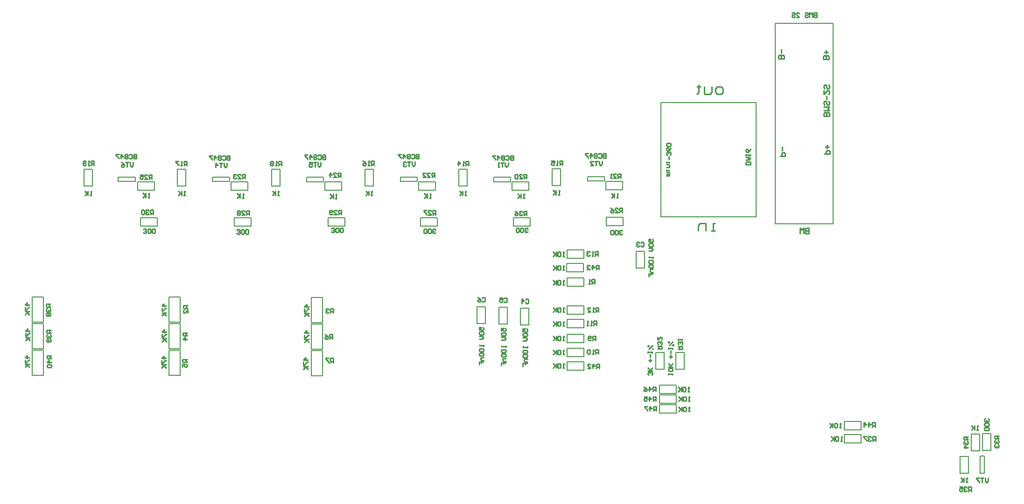
<source format=gbo>
G04*
G04 #@! TF.GenerationSoftware,Altium Limited,Altium Designer,22.10.1 (41)*
G04*
G04 Layer_Color=32896*
%FSLAX44Y44*%
%MOMM*%
G71*
G04*
G04 #@! TF.SameCoordinates,C9FDC906-5936-4CD8-A4FC-E9511144A6E8*
G04*
G04*
G04 #@! TF.FilePolarity,Positive*
G04*
G01*
G75*
%ADD10C,0.2000*%
%ADD13C,0.2540*%
D10*
X1174942Y507000D02*
X1347942D01*
Y714000D01*
X1174942Y507000D02*
Y714000D01*
X1347942D01*
X1172690Y165920D02*
X1203170D01*
Y150680D02*
Y165920D01*
X1172690Y150680D02*
Y165920D01*
Y150680D02*
X1203170D01*
X1172790Y183720D02*
X1203270D01*
Y168480D02*
Y183720D01*
X1172790Y168480D02*
Y183720D01*
Y168480D02*
X1203270D01*
X1172390Y186180D02*
X1202870D01*
X1172390D02*
Y201420D01*
X1202870Y186180D02*
Y201420D01*
X1172390D02*
X1202870D01*
X1507660Y119681D02*
X1538140D01*
X1507660D02*
Y134921D01*
X1538140Y119681D02*
Y134921D01*
X1507660D02*
X1538140D01*
X1507660Y96383D02*
X1538140D01*
X1507660D02*
Y111623D01*
X1538140Y96383D02*
Y111623D01*
X1507660D02*
X1538140D01*
X1754402Y41200D02*
Y72200D01*
Y41200D02*
X1762402D01*
X1754402Y72200D02*
X1762402D01*
Y41200D02*
Y72200D01*
X1753720Y81760D02*
Y112240D01*
X1738480Y81760D02*
X1753720D01*
X1738480Y112240D02*
X1753720D01*
X1738480Y81760D02*
Y112240D01*
X1733123Y41260D02*
Y71740D01*
X1717883Y41260D02*
X1733123D01*
X1717883Y71740D02*
X1733123D01*
X1717883Y41260D02*
Y71740D01*
X1382300Y494200D02*
Y858200D01*
X1487300D01*
Y494200D02*
Y858200D01*
X1382300Y494200D02*
X1487300D01*
X565660Y554780D02*
X596140D01*
X565660D02*
Y570020D01*
X596140Y554780D02*
Y570020D01*
X565660D02*
X596140D01*
X808344Y562360D02*
Y592840D01*
X823584D01*
X808344Y562360D02*
X823584D01*
Y592840D01*
X905024Y554880D02*
X935504D01*
X905024D02*
Y570120D01*
X935504Y554880D02*
Y570120D01*
X905024D02*
X935504D01*
X872064Y570600D02*
X903064D01*
Y578600D01*
X872064Y570600D02*
Y578600D01*
X903064D01*
X190800Y571100D02*
X221800D01*
Y579100D01*
X190800Y571100D02*
Y579100D01*
X221800D01*
X361700Y571100D02*
X392700D01*
Y579100D01*
X361700Y571100D02*
Y579100D01*
X392700D01*
X395660Y554780D02*
X426140D01*
X395660D02*
Y570020D01*
X426140Y554780D02*
Y570020D01*
X395660D02*
X426140D01*
X468780Y562260D02*
Y592740D01*
X484020D01*
X468780Y562260D02*
X484020D01*
Y592740D01*
X638380Y562260D02*
Y592740D01*
X653620D01*
X638380Y562260D02*
X653620D01*
Y592740D01*
X532500Y570600D02*
X563500D01*
Y578600D01*
X532500Y570600D02*
Y578600D01*
X563500D01*
X702700Y571000D02*
X733700D01*
Y579000D01*
X702700Y571000D02*
Y579000D01*
X733700D01*
X735560Y554780D02*
X766040D01*
X735560D02*
Y570020D01*
X766040Y554780D02*
Y570020D01*
X735560D02*
X766040D01*
X978080Y563260D02*
Y593740D01*
X993320D01*
X978080Y563260D02*
X993320D01*
Y593740D01*
X1074960Y555780D02*
X1105440D01*
X1074960D02*
Y571020D01*
X1105440Y555780D02*
Y571020D01*
X1074960D02*
X1105440D01*
X1042000Y572000D02*
X1073000D01*
Y580000D01*
X1042000Y572000D02*
Y580000D01*
X1073000D01*
X225760Y554780D02*
X256240D01*
X225760D02*
Y570020D01*
X256240Y554780D02*
Y570020D01*
X225760D02*
X256240D01*
X1217520Y229760D02*
Y260240D01*
X1202280Y229760D02*
X1217520D01*
X1202280Y260240D02*
X1217520D01*
X1202280Y229760D02*
Y260240D01*
X1181520Y229760D02*
Y260240D01*
X1166280Y229760D02*
X1181520D01*
X1166280Y260240D02*
X1181520D01*
X1166280Y229760D02*
Y260240D01*
X1004760Y446735D02*
X1035240D01*
Y431495D02*
Y446735D01*
X1004760Y431495D02*
Y446735D01*
Y431495D02*
X1035240D01*
X1004460Y421820D02*
X1034940D01*
Y406580D02*
Y421820D01*
X1004460Y406580D02*
Y421820D01*
Y406580D02*
X1034940D01*
X1004760Y395920D02*
X1035240D01*
Y380680D02*
Y395920D01*
X1004760Y380680D02*
Y395920D01*
Y380680D02*
X1035240D01*
X1145820Y413660D02*
Y444140D01*
X1130580Y413660D02*
X1145820D01*
X1130580Y444140D02*
X1145820D01*
X1130580Y413660D02*
Y444140D01*
X1004760Y329807D02*
X1035240D01*
X1004760D02*
Y345047D01*
X1035240Y329807D02*
Y345047D01*
X1004760D02*
X1035240D01*
X1004760Y320320D02*
X1035240D01*
Y305080D02*
Y320320D01*
X1004760Y305080D02*
Y320320D01*
Y305080D02*
X1035240D01*
X907704Y489980D02*
X938184D01*
X907704D02*
Y505220D01*
X938184Y489980D02*
Y505220D01*
X907704D02*
X938184D01*
X1076560Y490880D02*
X1107040D01*
X1076560D02*
Y506120D01*
X1107040Y490880D02*
Y506120D01*
X1076560D02*
X1107040D01*
X739360Y489880D02*
X769840D01*
X739360D02*
Y505120D01*
X769840Y489880D02*
Y505120D01*
X739360D02*
X769840D01*
X571660Y489880D02*
X602140D01*
X571660D02*
Y505120D01*
X602140Y489880D02*
Y505120D01*
X571660D02*
X602140D01*
X401823Y489880D02*
X432303D01*
X401823D02*
Y505120D01*
X432303Y489880D02*
Y505120D01*
X401823D02*
X432303D01*
X231260Y489880D02*
X261740D01*
X231260D02*
Y505120D01*
X261740Y489880D02*
Y505120D01*
X231260D02*
X261740D01*
X1004760Y243520D02*
X1035240D01*
Y228280D02*
Y243520D01*
X1004760Y228280D02*
Y243520D01*
Y228280D02*
X1035240D01*
X1004760Y293420D02*
X1035240D01*
Y278180D02*
Y293420D01*
X1004760Y278180D02*
Y293420D01*
Y278180D02*
X1035240D01*
X1004760Y267820D02*
X1035240D01*
Y252580D02*
Y267820D01*
X1004760Y252580D02*
Y267820D01*
Y252580D02*
X1035240D01*
X35240Y315740D02*
Y361460D01*
X55560D01*
X35240Y315740D02*
X55560D01*
Y361460D01*
X35240Y219140D02*
Y264860D01*
X55560D01*
X35240Y219140D02*
X55560D01*
Y264860D01*
X303160Y267040D02*
Y312760D01*
X282840Y267040D02*
X303160D01*
X282840Y312760D02*
X303160D01*
X282840Y267040D02*
Y312760D01*
X541340Y217740D02*
Y263460D01*
X561660D01*
X541340Y217740D02*
X561660D01*
Y263460D01*
X897120Y311843D02*
Y342323D01*
X881880Y311843D02*
X897120D01*
X881880Y342323D02*
X897120D01*
X881880Y311843D02*
Y342323D01*
X920780Y310360D02*
Y340840D01*
X936020D01*
X920780Y310360D02*
X936020D01*
Y340840D01*
X856720Y312560D02*
Y343040D01*
X841480Y312560D02*
X856720D01*
X841480Y343040D02*
X856720D01*
X841480Y312560D02*
Y343040D01*
X1773722Y82360D02*
Y112840D01*
X1758482Y82360D02*
X1773722D01*
X1758482Y112840D02*
X1773722D01*
X1758482Y82360D02*
Y112840D01*
X303360Y315540D02*
Y361260D01*
X283040Y315540D02*
X303360D01*
X283040Y361260D02*
X303360D01*
X283040Y315540D02*
Y361260D01*
X35140Y267340D02*
Y313060D01*
X55460D01*
X35140Y267340D02*
X55460D01*
Y313060D01*
X541341Y266511D02*
Y312230D01*
X561661D01*
X541341Y266511D02*
X561661D01*
Y312230D01*
Y314890D02*
Y360610D01*
X541341Y314890D02*
X561661D01*
X541341Y360610D02*
X561661D01*
X541341Y314890D02*
Y360610D01*
X303160Y218540D02*
Y264260D01*
X282840Y218540D02*
X303160D01*
X282840Y264260D02*
X303160D01*
X282840Y218540D02*
Y264260D01*
X313620Y562260D02*
Y592740D01*
X298380Y562260D02*
X313620D01*
X298380Y592740D02*
X313620D01*
X298380Y562260D02*
Y592740D01*
X144020Y562260D02*
Y592740D01*
X128780Y562260D02*
X144020D01*
X128780Y592740D02*
X144020D01*
X128780Y562260D02*
Y592740D01*
D13*
X1185443Y581576D02*
X1190775D01*
Y582909D01*
X1189442Y584242D01*
X1185443D01*
X1189442D01*
X1190775Y585575D01*
X1189442Y586908D01*
X1185443D01*
Y589574D02*
Y592239D01*
Y590906D01*
X1190775D01*
Y589574D01*
X1185443Y596238D02*
X1190775D01*
Y600237D01*
X1189442Y601570D01*
X1185443D01*
Y604235D02*
Y606901D01*
Y605568D01*
X1190775D01*
Y604235D01*
X1189442Y610900D02*
Y616232D01*
X1192107Y618897D02*
X1193440Y620230D01*
Y622896D01*
X1192107Y624229D01*
X1190775D01*
X1189442Y622896D01*
Y621563D01*
Y622896D01*
X1188109Y624229D01*
X1186776D01*
X1185443Y622896D01*
Y620230D01*
X1186776Y618897D01*
X1193440Y632226D02*
X1192107Y629561D01*
X1189442Y626895D01*
X1186776D01*
X1185443Y628228D01*
Y630894D01*
X1186776Y632226D01*
X1188109D01*
X1189442Y630894D01*
Y626895D01*
X1192107Y634892D02*
X1193440Y636225D01*
Y638891D01*
X1192107Y640224D01*
X1186776D01*
X1185443Y638891D01*
Y636225D01*
X1186776Y634892D01*
X1192107D01*
X1337440Y601704D02*
X1329443D01*
Y605703D01*
X1330776Y607036D01*
X1336107D01*
X1337440Y605703D01*
Y601704D01*
X1329443Y609702D02*
X1334775D01*
X1337440Y612368D01*
X1334775Y615033D01*
X1329443D01*
X1333442D01*
Y609702D01*
X1329443Y617699D02*
Y620365D01*
Y619032D01*
X1337440D01*
X1336107Y617699D01*
X1337440Y629696D02*
X1336107Y627030D01*
X1333442Y624364D01*
X1330776D01*
X1329443Y625697D01*
Y628363D01*
X1330776Y629696D01*
X1332109D01*
X1333442Y628363D01*
Y624364D01*
X1273202Y481440D02*
X1266537D01*
X1269869D01*
Y494769D01*
X1273202D01*
X1256540Y481440D02*
Y494769D01*
X1246544D01*
X1243211Y491437D01*
Y481440D01*
X1284169Y729440D02*
X1277505D01*
X1274173Y732772D01*
Y739437D01*
X1277505Y742769D01*
X1284169D01*
X1287502Y739437D01*
Y732772D01*
X1284169Y729440D01*
X1267508Y742769D02*
Y732772D01*
X1264176Y729440D01*
X1254179D01*
Y742769D01*
X1244182Y746101D02*
Y742769D01*
X1247515D01*
X1240850D01*
X1244182D01*
Y732772D01*
X1240850Y729440D01*
X1443960Y486237D02*
Y476240D01*
X1438962D01*
X1437296Y477906D01*
Y479572D01*
X1438962Y481238D01*
X1443960D01*
X1438962D01*
X1437296Y482905D01*
Y484571D01*
X1438962Y486237D01*
X1443960D01*
X1433963Y476240D02*
Y486237D01*
X1430631Y482905D01*
X1427299Y486237D01*
Y476240D01*
X1390840Y616740D02*
X1400837D01*
Y621738D01*
X1399171Y623405D01*
X1395838D01*
X1394172Y621738D01*
Y616740D01*
X1395838Y626737D02*
Y633401D01*
X1471840Y620740D02*
X1481837D01*
Y625738D01*
X1480171Y627405D01*
X1476838D01*
X1475172Y625738D01*
Y620740D01*
X1476838Y630737D02*
Y637401D01*
X1480171Y634069D02*
X1473506D01*
X1398837Y793740D02*
X1388840D01*
Y798738D01*
X1390506Y800405D01*
X1392172D01*
X1393838Y798738D01*
Y793740D01*
Y798738D01*
X1395504Y800405D01*
X1397171D01*
X1398837Y798738D01*
Y793740D01*
X1393838Y803737D02*
Y810401D01*
X1479837Y792740D02*
X1469840D01*
Y797738D01*
X1471506Y799405D01*
X1473172D01*
X1474838Y797738D01*
Y792740D01*
Y797738D01*
X1476505Y799405D01*
X1478171D01*
X1479837Y797738D01*
Y792740D01*
X1474838Y802737D02*
Y809401D01*
X1478171Y806069D02*
X1471506D01*
X1480837Y689740D02*
X1470840D01*
Y694738D01*
X1472506Y696404D01*
X1474172D01*
X1475838Y694738D01*
Y689740D01*
Y694738D01*
X1477504Y696404D01*
X1479171D01*
X1480837Y694738D01*
Y689740D01*
X1470840Y699737D02*
X1480837D01*
X1477504Y703069D01*
X1480837Y706401D01*
X1470840D01*
X1479171Y716398D02*
X1480837Y714732D01*
Y711400D01*
X1479171Y709734D01*
X1477504D01*
X1475838Y711400D01*
Y714732D01*
X1474172Y716398D01*
X1472506D01*
X1470840Y714732D01*
Y711400D01*
X1472506Y709734D01*
X1475838Y719730D02*
Y726395D01*
X1470840Y736392D02*
Y729727D01*
X1477504Y736392D01*
X1479171D01*
X1480837Y734725D01*
Y731393D01*
X1479171Y729727D01*
Y746388D02*
X1480837Y744722D01*
Y741390D01*
X1479171Y739724D01*
X1477504D01*
X1475838Y741390D01*
Y744722D01*
X1474172Y746388D01*
X1472506D01*
X1470840Y744722D01*
Y741390D01*
X1472506Y739724D01*
X1166893Y154501D02*
Y162499D01*
X1162895D01*
X1161562Y161166D01*
Y158500D01*
X1162895Y157167D01*
X1166893D01*
X1164228D02*
X1161562Y154501D01*
X1154897D02*
Y162499D01*
X1158896Y158500D01*
X1153564D01*
X1150899Y162499D02*
X1145567D01*
Y161166D01*
X1150899Y155834D01*
Y154501D01*
X1227727Y153301D02*
X1225061D01*
X1226394D01*
Y161299D01*
X1227727Y159966D01*
X1221062D02*
X1219729Y161299D01*
X1217064D01*
X1215731Y159966D01*
Y154634D01*
X1217064Y153301D01*
X1219729D01*
X1221062Y154634D01*
Y159966D01*
X1213065Y161299D02*
Y153301D01*
Y155967D01*
X1207733Y161299D01*
X1211732Y157300D01*
X1207733Y153301D01*
X1165693Y189801D02*
Y197799D01*
X1161694D01*
X1160362Y196466D01*
Y193800D01*
X1161694Y192467D01*
X1165693D01*
X1163027D02*
X1160362Y189801D01*
X1153697D02*
Y197799D01*
X1157696Y193800D01*
X1152364D01*
X1144367Y197799D02*
X1147033Y196466D01*
X1149698Y193800D01*
Y191134D01*
X1148365Y189801D01*
X1145700D01*
X1144367Y191134D01*
Y192467D01*
X1145700Y193800D01*
X1149698D01*
X1226827Y189401D02*
X1224161D01*
X1225494D01*
Y197399D01*
X1226827Y196066D01*
X1220162D02*
X1218829Y197399D01*
X1216164D01*
X1214831Y196066D01*
Y190734D01*
X1216164Y189401D01*
X1218829D01*
X1220162Y190734D01*
Y196066D01*
X1212165Y197399D02*
Y189401D01*
Y192067D01*
X1206833Y197399D01*
X1210832Y193400D01*
X1206833Y189401D01*
X1165893Y172101D02*
Y180099D01*
X1161895D01*
X1160562Y178766D01*
Y176100D01*
X1161895Y174767D01*
X1165893D01*
X1163227D02*
X1160562Y172101D01*
X1153897D02*
Y180099D01*
X1157896Y176100D01*
X1152564D01*
X1144567Y180099D02*
X1149898D01*
Y176100D01*
X1147233Y177433D01*
X1145900D01*
X1144567Y176100D01*
Y173434D01*
X1145900Y172101D01*
X1148566D01*
X1149898Y173434D01*
X1227627Y172100D02*
X1224961D01*
X1226294D01*
Y180097D01*
X1227627Y178764D01*
X1220962D02*
X1219629Y180097D01*
X1216964D01*
X1215631Y178764D01*
Y173433D01*
X1216964Y172100D01*
X1219629D01*
X1220962Y173433D01*
Y178764D01*
X1212965Y180097D02*
Y172100D01*
Y174765D01*
X1207633Y180097D01*
X1211632Y176098D01*
X1207633Y172100D01*
X1563663Y125202D02*
Y133200D01*
X1559664D01*
X1558332Y131867D01*
Y129201D01*
X1559664Y127868D01*
X1563663D01*
X1560997D02*
X1558332Y125202D01*
X1551667D02*
Y133200D01*
X1555666Y129201D01*
X1550334D01*
X1543670Y125202D02*
Y133200D01*
X1547668Y129201D01*
X1542337D01*
X1501897Y124002D02*
X1499231D01*
X1500564D01*
Y132000D01*
X1501897Y130667D01*
X1495232D02*
X1493899Y132000D01*
X1491234D01*
X1489901Y130667D01*
Y125335D01*
X1491234Y124002D01*
X1493899D01*
X1495232Y125335D01*
Y130667D01*
X1487235Y132000D02*
Y124002D01*
Y126668D01*
X1481903Y132000D01*
X1485902Y128001D01*
X1481903Y124002D01*
X1564363Y99801D02*
Y107799D01*
X1560365D01*
X1559032Y106466D01*
Y103800D01*
X1560365Y102467D01*
X1564363D01*
X1561697D02*
X1559032Y99801D01*
X1556366Y106466D02*
X1555033Y107799D01*
X1552367D01*
X1551034Y106466D01*
Y105133D01*
X1552367Y103800D01*
X1553700D01*
X1552367D01*
X1551034Y102467D01*
Y101134D01*
X1552367Y99801D01*
X1555033D01*
X1556366Y101134D01*
X1548368Y107799D02*
X1543037D01*
Y106466D01*
X1548368Y101134D01*
Y99801D01*
X1503897D02*
X1501231D01*
X1502564D01*
Y107799D01*
X1503897Y106466D01*
X1497232D02*
X1495899Y107799D01*
X1493233D01*
X1491901Y106466D01*
Y101134D01*
X1493233Y99801D01*
X1495899D01*
X1497232Y101134D01*
Y106466D01*
X1489235Y107799D02*
Y99801D01*
Y102467D01*
X1483903Y107799D01*
X1487902Y103800D01*
X1483903Y99801D01*
X1062683Y410901D02*
Y418899D01*
X1058684D01*
X1057351Y417566D01*
Y414900D01*
X1058684Y413567D01*
X1062683D01*
X1060017D02*
X1057351Y410901D01*
X1050687D02*
Y418899D01*
X1054686Y414900D01*
X1049354D01*
X1046688Y417566D02*
X1045355Y418899D01*
X1042690D01*
X1041357Y417566D01*
Y416233D01*
X1042690Y414900D01*
X1044022D01*
X1042690D01*
X1041357Y413567D01*
Y412234D01*
X1042690Y410901D01*
X1045355D01*
X1046688Y412234D01*
X999997Y410200D02*
X997331D01*
X998664D01*
Y418197D01*
X999997Y416864D01*
X993332D02*
X991999Y418197D01*
X989333D01*
X988001Y416864D01*
Y411533D01*
X989333Y410200D01*
X991999D01*
X993332Y411533D01*
Y416864D01*
X985335Y418197D02*
Y410200D01*
Y412865D01*
X980003Y418197D01*
X984002Y414198D01*
X980003Y410200D01*
X1768665Y32399D02*
Y27067D01*
X1765999Y24401D01*
X1763333Y27067D01*
Y32399D01*
X1760667D02*
X1755336D01*
X1758002D01*
Y24401D01*
X1752670Y32399D02*
X1747338D01*
Y31066D01*
X1752670Y25734D01*
Y24401D01*
X1458159Y877499D02*
Y869501D01*
X1454161D01*
X1452828Y870834D01*
Y872167D01*
X1454161Y873500D01*
X1458159D01*
X1454161D01*
X1452828Y874833D01*
Y876166D01*
X1454161Y877499D01*
X1458159D01*
X1450162Y869501D02*
Y877499D01*
X1447496Y874833D01*
X1444830Y877499D01*
Y869501D01*
X1436833Y876166D02*
X1438166Y877499D01*
X1440832D01*
X1442164Y876166D01*
Y874833D01*
X1440832Y873500D01*
X1438166D01*
X1436833Y872167D01*
Y870834D01*
X1438166Y869501D01*
X1440832D01*
X1442164Y870834D01*
X1420838Y869501D02*
X1426170D01*
X1420838Y874833D01*
Y876166D01*
X1422171Y877499D01*
X1424837D01*
X1426170Y876166D01*
X1412841D02*
X1414173Y877499D01*
X1416839D01*
X1418172Y876166D01*
Y874833D01*
X1416839Y873500D01*
X1414173D01*
X1412841Y872167D01*
Y870834D01*
X1414173Y869501D01*
X1416839D01*
X1418172Y870834D01*
X1063263Y231501D02*
Y239499D01*
X1059265D01*
X1057932Y238166D01*
Y235500D01*
X1059265Y234167D01*
X1063263D01*
X1060597D02*
X1057932Y231501D01*
X1051267D02*
Y239499D01*
X1055266Y235500D01*
X1049934D01*
X1041937Y231501D02*
X1047268D01*
X1041937Y236833D01*
Y238166D01*
X1043270Y239499D01*
X1045936D01*
X1047268Y238166D01*
X999997Y232201D02*
X997331D01*
X998664D01*
Y240199D01*
X999997Y238866D01*
X993332D02*
X991999Y240199D01*
X989333D01*
X988001Y238866D01*
Y233534D01*
X989333Y232201D01*
X991999D01*
X993332Y233534D01*
Y238866D01*
X985335Y240199D02*
Y232201D01*
Y234867D01*
X980003Y240199D01*
X984002Y236200D01*
X980003Y232201D01*
X69699Y254463D02*
X61701D01*
Y250464D01*
X63034Y249132D01*
X65700D01*
X67033Y250464D01*
Y254463D01*
Y251797D02*
X69699Y249132D01*
Y242467D02*
X61701D01*
X65700Y246466D01*
Y241134D01*
X63034Y238468D02*
X61701Y237135D01*
Y234470D01*
X63034Y233137D01*
X68366D01*
X69699Y234470D01*
Y237135D01*
X68366Y238468D01*
X63034D01*
X29899Y251064D02*
X21901D01*
X25900Y255063D01*
Y249732D01*
X21901Y247066D02*
Y241734D01*
X23234D01*
X28566Y247066D01*
X29899D01*
X21901Y239068D02*
X29899D01*
X27233D01*
X21901Y233737D01*
X25900Y237736D01*
X29899Y233737D01*
X68699Y300863D02*
X60701D01*
Y296864D01*
X62034Y295532D01*
X64700D01*
X66033Y296864D01*
Y300863D01*
Y298197D02*
X68699Y295532D01*
X62034Y292866D02*
X60701Y291533D01*
Y288867D01*
X62034Y287534D01*
X63367D01*
X64700Y288867D01*
Y290200D01*
Y288867D01*
X66033Y287534D01*
X67366D01*
X68699Y288867D01*
Y291533D01*
X67366Y292866D01*
Y284868D02*
X68699Y283535D01*
Y280870D01*
X67366Y279537D01*
X62034D01*
X60701Y280870D01*
Y283535D01*
X62034Y284868D01*
X63367D01*
X64700Y283535D01*
Y279537D01*
X30699Y299564D02*
X22701D01*
X26700Y303563D01*
Y298232D01*
X22701Y295566D02*
Y290234D01*
X24034D01*
X29366Y295566D01*
X30699D01*
X22701Y287568D02*
X30699D01*
X28033D01*
X22701Y282237D01*
X26700Y286236D01*
X30699Y282237D01*
X68199Y348063D02*
X60201D01*
Y344064D01*
X61534Y342732D01*
X64200D01*
X65533Y344064D01*
Y348063D01*
Y345397D02*
X68199Y342732D01*
X61534Y340066D02*
X60201Y338733D01*
Y336067D01*
X61534Y334734D01*
X62867D01*
X64200Y336067D01*
Y337400D01*
Y336067D01*
X65533Y334734D01*
X66866D01*
X68199Y336067D01*
Y338733D01*
X66866Y340066D01*
X61534Y332068D02*
X60201Y330736D01*
Y328070D01*
X61534Y326737D01*
X62867D01*
X64200Y328070D01*
X65533Y326737D01*
X66866D01*
X68199Y328070D01*
Y330736D01*
X66866Y332068D01*
X65533D01*
X64200Y330736D01*
X62867Y332068D01*
X61534D01*
X64200Y330736D02*
Y328070D01*
X29899Y346665D02*
X21901D01*
X25900Y350663D01*
Y345332D01*
X21901Y342666D02*
Y337334D01*
X23234D01*
X28566Y342666D01*
X29899D01*
X21901Y334668D02*
X29899D01*
X27233D01*
X21901Y329337D01*
X25900Y333335D01*
X29899Y329337D01*
X931709Y509350D02*
Y517347D01*
X927710D01*
X926377Y516014D01*
Y513348D01*
X927710Y512015D01*
X931709D01*
X929043D02*
X926377Y509350D01*
X923711Y516014D02*
X922378Y517347D01*
X919713D01*
X918380Y516014D01*
Y514681D01*
X919713Y513348D01*
X921046D01*
X919713D01*
X918380Y512015D01*
Y510683D01*
X919713Y509350D01*
X922378D01*
X923711Y510683D01*
X910382Y517347D02*
X913048Y516014D01*
X915714Y513348D01*
Y510683D01*
X914381Y509350D01*
X911715D01*
X910382Y510683D01*
Y512015D01*
X911715Y513348D01*
X915714D01*
X933828Y485114D02*
X932495Y486447D01*
X929829D01*
X928496Y485114D01*
Y483781D01*
X929829Y482448D01*
X931162D01*
X929829D01*
X928496Y481115D01*
Y479783D01*
X929829Y478450D01*
X932495D01*
X933828Y479783D01*
X925830Y485114D02*
X924497Y486447D01*
X921831D01*
X920499Y485114D01*
Y479783D01*
X921831Y478450D01*
X924497D01*
X925830Y479783D01*
Y485114D01*
X917833D02*
X916500Y486447D01*
X913834D01*
X912501Y485114D01*
Y479783D01*
X913834Y478450D01*
X916500D01*
X917833Y479783D01*
Y485114D01*
X1738116Y8301D02*
Y16299D01*
X1734117D01*
X1732784Y14966D01*
Y12300D01*
X1734117Y10967D01*
X1738116D01*
X1735450D02*
X1732784Y8301D01*
X1730118Y14966D02*
X1728785Y16299D01*
X1726120D01*
X1724787Y14966D01*
Y13633D01*
X1726120Y12300D01*
X1727452D01*
X1726120D01*
X1724787Y10967D01*
Y9634D01*
X1726120Y8301D01*
X1728785D01*
X1730118Y9634D01*
X1716789Y16299D02*
X1722121D01*
Y12300D01*
X1719455Y13633D01*
X1718122D01*
X1716789Y12300D01*
Y9634D01*
X1718122Y8301D01*
X1720788D01*
X1722121Y9634D01*
X1731490Y24768D02*
X1728824D01*
X1730157D01*
Y32765D01*
X1731490Y31432D01*
X1724825Y32765D02*
Y24768D01*
Y27434D01*
X1719494Y32765D01*
X1723492Y28767D01*
X1719494Y24768D01*
X1732451Y107263D02*
X1724454D01*
Y103265D01*
X1725787Y101932D01*
X1728452D01*
X1729785Y103265D01*
Y107263D01*
Y104597D02*
X1732451Y101932D01*
X1725787Y99266D02*
X1724454Y97933D01*
Y95267D01*
X1725787Y93934D01*
X1727119D01*
X1728452Y95267D01*
Y96600D01*
Y95267D01*
X1729785Y93934D01*
X1731118D01*
X1732451Y95267D01*
Y97933D01*
X1731118Y99266D01*
X1732451Y87270D02*
X1724454D01*
X1728452Y91268D01*
Y85937D01*
X1750650Y119601D02*
X1747985D01*
X1749318D01*
Y127599D01*
X1750650Y126266D01*
X1743986Y127599D02*
Y119601D01*
Y122267D01*
X1738654Y127599D01*
X1742653Y123600D01*
X1738654Y119601D01*
X1788251Y109263D02*
X1780254D01*
Y105265D01*
X1781587Y103932D01*
X1784252D01*
X1785585Y105265D01*
Y109263D01*
Y106597D02*
X1788251Y103932D01*
X1781587Y101266D02*
X1780254Y99933D01*
Y97267D01*
X1781587Y95934D01*
X1782919D01*
X1784252Y97267D01*
Y98600D01*
Y97267D01*
X1785585Y95934D01*
X1786918D01*
X1788251Y97267D01*
Y99933D01*
X1786918Y101266D01*
X1781587Y93268D02*
X1780254Y91936D01*
Y89270D01*
X1781587Y87937D01*
X1782919D01*
X1784252Y89270D01*
Y90603D01*
Y89270D01*
X1785585Y87937D01*
X1786918D01*
X1788251Y89270D01*
Y91936D01*
X1786918Y93268D01*
X1763737Y140263D02*
X1762404Y138930D01*
Y136264D01*
X1763737Y134932D01*
X1765070D01*
X1766403Y136264D01*
Y137598D01*
Y136264D01*
X1767736Y134932D01*
X1769069D01*
X1770402Y136264D01*
Y138930D01*
X1769069Y140263D01*
X1763737Y132266D02*
X1762404Y130933D01*
Y128267D01*
X1763737Y126934D01*
X1769069D01*
X1770402Y128267D01*
Y130933D01*
X1769069Y132266D01*
X1763737D01*
Y124268D02*
X1762404Y122935D01*
Y120270D01*
X1763737Y118937D01*
X1769069D01*
X1770402Y120270D01*
Y122935D01*
X1769069Y124268D01*
X1763737D01*
X1169201Y266894D02*
X1177199D01*
Y270892D01*
X1175866Y272225D01*
X1173200D01*
X1171867Y270892D01*
Y266894D01*
Y269559D02*
X1169201Y272225D01*
X1175866Y274891D02*
X1177199Y276224D01*
Y278890D01*
X1175866Y280223D01*
X1174533D01*
X1173200Y278890D01*
Y277557D01*
Y278890D01*
X1171867Y280223D01*
X1170534D01*
X1169201Y278890D01*
Y276224D01*
X1170534Y274891D01*
X1169201Y288220D02*
Y282889D01*
X1174533Y288220D01*
X1175866D01*
X1177199Y286887D01*
Y284221D01*
X1175866Y282889D01*
X1158399Y219542D02*
X1159732Y220875D01*
Y223541D01*
X1158399Y224874D01*
X1157066D01*
X1155734Y223541D01*
Y222208D01*
Y223541D01*
X1154401Y224874D01*
X1153068D01*
X1151735Y223541D01*
Y220875D01*
X1153068Y219542D01*
X1159732Y227539D02*
X1151735D01*
X1154401D01*
X1159732Y232871D01*
X1155734Y228872D01*
X1151735Y232871D01*
X1155734Y243534D02*
Y248866D01*
X1158399Y246200D02*
X1153068D01*
X1155734Y251532D02*
Y256863D01*
X1151735Y259529D02*
Y262195D01*
Y260862D01*
X1159732D01*
X1158399Y259529D01*
X1153068Y266194D02*
X1159732Y272858D01*
Y266194D02*
X1161065D01*
Y267526D01*
X1159732D01*
Y266194D01*
X1151735Y271525D02*
X1153068D01*
Y272858D01*
X1151735D01*
Y271525D01*
X1206301Y266470D02*
X1214299D01*
Y270468D01*
X1212966Y271801D01*
X1210300D01*
X1208967Y270468D01*
Y266470D01*
Y269135D02*
X1206301Y271801D01*
X1212966Y274467D02*
X1214299Y275800D01*
Y278466D01*
X1212966Y279799D01*
X1211633D01*
X1210300Y278466D01*
Y277133D01*
Y278466D01*
X1208967Y279799D01*
X1207634D01*
X1206301Y278466D01*
Y275800D01*
X1207634Y274467D01*
X1206301Y282465D02*
Y285130D01*
Y283797D01*
X1214299D01*
X1212966Y282465D01*
X1188833Y219808D02*
Y222474D01*
Y221141D01*
X1196831D01*
X1195498Y219808D01*
Y226473D02*
X1196831Y227806D01*
Y230472D01*
X1195498Y231805D01*
X1190166D01*
X1188833Y230472D01*
Y227806D01*
X1190166Y226473D01*
X1195498D01*
X1196831Y234470D02*
X1188833D01*
X1191499D01*
X1196831Y239802D01*
X1192832Y235803D01*
X1188833Y239802D01*
X1192832Y250465D02*
Y255797D01*
X1195498Y253131D02*
X1190166D01*
X1192832Y258463D02*
Y263794D01*
X1188833Y266460D02*
Y269126D01*
Y267793D01*
X1196831D01*
X1195498Y266460D01*
X1190166Y273125D02*
X1196831Y279789D01*
Y273125D02*
X1198164D01*
Y274457D01*
X1196831D01*
Y273125D01*
X1188833Y278456D02*
X1190166D01*
Y279789D01*
X1188833D01*
Y278456D01*
X217659Y605595D02*
Y600263D01*
X214994Y597598D01*
X212328Y600263D01*
Y605595D01*
X209662D02*
X204330D01*
X206996D01*
Y597598D01*
X196333Y605595D02*
X198999Y604262D01*
X201665Y601596D01*
Y598930D01*
X200332Y597598D01*
X197666D01*
X196333Y598930D01*
Y600263D01*
X197666Y601596D01*
X201665D01*
X223961Y620199D02*
Y612201D01*
X219962D01*
X218629Y613534D01*
Y614867D01*
X219962Y616200D01*
X223961D01*
X219962D01*
X218629Y617533D01*
Y618866D01*
X219962Y620199D01*
X223961D01*
X210632Y618866D02*
X211964Y620199D01*
X214630D01*
X215963Y618866D01*
Y613534D01*
X214630Y612201D01*
X211964D01*
X210632Y613534D01*
X207966Y618866D02*
X206633Y620199D01*
X203967D01*
X202634Y618866D01*
Y617533D01*
X203967Y616200D01*
X202634Y614867D01*
Y613534D01*
X203967Y612201D01*
X206633D01*
X207966Y613534D01*
Y614867D01*
X206633Y616200D01*
X207966Y617533D01*
Y618866D01*
X206633Y616200D02*
X203967D01*
X195970Y612201D02*
Y620199D01*
X199968Y616200D01*
X194637D01*
X191971Y620199D02*
X186639D01*
Y618866D01*
X191971Y613534D01*
Y612201D01*
X558441Y605599D02*
Y600267D01*
X555776Y597601D01*
X553110Y600267D01*
Y605599D01*
X550444D02*
X545112D01*
X547778D01*
Y597601D01*
X537115Y605599D02*
X542447D01*
Y601600D01*
X539781Y602933D01*
X538448D01*
X537115Y601600D01*
Y598934D01*
X538448Y597601D01*
X541114D01*
X542447Y598934D01*
X566561Y618999D02*
Y611001D01*
X562562D01*
X561229Y612334D01*
Y613667D01*
X562562Y615000D01*
X566561D01*
X562562D01*
X561229Y616333D01*
Y617666D01*
X562562Y618999D01*
X566561D01*
X553232Y617666D02*
X554565Y618999D01*
X557230D01*
X558563Y617666D01*
Y612334D01*
X557230Y611001D01*
X554565D01*
X553232Y612334D01*
X550566Y617666D02*
X549233Y618999D01*
X546567D01*
X545234Y617666D01*
Y616333D01*
X546567Y615000D01*
X545234Y613667D01*
Y612334D01*
X546567Y611001D01*
X549233D01*
X550566Y612334D01*
Y613667D01*
X549233Y615000D01*
X550566Y616333D01*
Y617666D01*
X549233Y615000D02*
X546567D01*
X538570Y611001D02*
Y618999D01*
X542568Y615000D01*
X537237D01*
X534571Y618999D02*
X529239D01*
Y617666D01*
X534571Y612334D01*
Y611001D01*
X387863Y604409D02*
Y599077D01*
X385197Y596412D01*
X382532Y599077D01*
Y604409D01*
X379866D02*
X374534D01*
X377200D01*
Y596412D01*
X367870D02*
Y604409D01*
X371868Y600410D01*
X366537D01*
X393361Y617999D02*
Y610001D01*
X389362D01*
X388029Y611334D01*
Y612667D01*
X389362Y614000D01*
X393361D01*
X389362D01*
X388029Y615333D01*
Y616666D01*
X389362Y617999D01*
X393361D01*
X380032Y616666D02*
X381365Y617999D01*
X384030D01*
X385363Y616666D01*
Y611334D01*
X384030Y610001D01*
X381365D01*
X380032Y611334D01*
X377366Y616666D02*
X376033Y617999D01*
X373367D01*
X372034Y616666D01*
Y615333D01*
X373367Y614000D01*
X372034Y612667D01*
Y611334D01*
X373367Y610001D01*
X376033D01*
X377366Y611334D01*
Y612667D01*
X376033Y614000D01*
X377366Y615333D01*
Y616666D01*
X376033Y614000D02*
X373367D01*
X365370Y610001D02*
Y617999D01*
X369368Y614000D01*
X364037D01*
X361371Y617999D02*
X356039D01*
Y616666D01*
X361371Y611334D01*
Y610001D01*
X729163Y606599D02*
Y601267D01*
X726497Y598601D01*
X723832Y601267D01*
Y606599D01*
X721166D02*
X715834D01*
X718500D01*
Y598601D01*
X713168Y605266D02*
X711835Y606599D01*
X709170D01*
X707837Y605266D01*
Y603933D01*
X709170Y602600D01*
X710503D01*
X709170D01*
X707837Y601267D01*
Y599934D01*
X709170Y598601D01*
X711835D01*
X713168Y599934D01*
X736261Y620399D02*
Y612401D01*
X732262D01*
X730929Y613734D01*
Y615067D01*
X732262Y616400D01*
X736261D01*
X732262D01*
X730929Y617733D01*
Y619066D01*
X732262Y620399D01*
X736261D01*
X722932Y619066D02*
X724265Y620399D01*
X726930D01*
X728263Y619066D01*
Y613734D01*
X726930Y612401D01*
X724265D01*
X722932Y613734D01*
X720266Y619066D02*
X718933Y620399D01*
X716267D01*
X714934Y619066D01*
Y617733D01*
X716267Y616400D01*
X714934Y615067D01*
Y613734D01*
X716267Y612401D01*
X718933D01*
X720266Y613734D01*
Y615067D01*
X718933Y616400D01*
X720266Y617733D01*
Y619066D01*
X718933Y616400D02*
X716267D01*
X708270Y612401D02*
Y620399D01*
X712268Y616400D01*
X706937D01*
X704271Y620399D02*
X698939D01*
Y619066D01*
X704271Y613734D01*
Y612401D01*
X1068663Y607617D02*
Y602285D01*
X1065997Y599619D01*
X1063332Y602285D01*
Y607617D01*
X1060666D02*
X1055334D01*
X1058000D01*
Y599619D01*
X1047337D02*
X1052668D01*
X1047337Y604951D01*
Y606284D01*
X1048670Y607617D01*
X1051336D01*
X1052668Y606284D01*
X1075361Y621699D02*
Y613701D01*
X1071362D01*
X1070029Y615034D01*
Y616367D01*
X1071362Y617700D01*
X1075361D01*
X1071362D01*
X1070029Y619033D01*
Y620366D01*
X1071362Y621699D01*
X1075361D01*
X1062032Y620366D02*
X1063364Y621699D01*
X1066030D01*
X1067363Y620366D01*
Y615034D01*
X1066030Y613701D01*
X1063364D01*
X1062032Y615034D01*
X1059366Y620366D02*
X1058033Y621699D01*
X1055367D01*
X1054034Y620366D01*
Y619033D01*
X1055367Y617700D01*
X1054034Y616367D01*
Y615034D01*
X1055367Y613701D01*
X1058033D01*
X1059366Y615034D01*
Y616367D01*
X1058033Y617700D01*
X1059366Y619033D01*
Y620366D01*
X1058033Y617700D02*
X1055367D01*
X1047370Y613701D02*
Y621699D01*
X1051368Y617700D01*
X1046037D01*
X1043371Y621699D02*
X1038039D01*
Y620366D01*
X1043371Y615034D01*
Y613701D01*
X898095Y604999D02*
Y599667D01*
X895429Y597001D01*
X892763Y599667D01*
Y604999D01*
X890097D02*
X884766D01*
X887431D01*
Y597001D01*
X882100D02*
X879434D01*
X880767D01*
Y604999D01*
X882100Y603666D01*
X907325Y618099D02*
Y610101D01*
X903326D01*
X901993Y611434D01*
Y612767D01*
X903326Y614100D01*
X907325D01*
X903326D01*
X901993Y615433D01*
Y616766D01*
X903326Y618099D01*
X907325D01*
X893996Y616766D02*
X895329Y618099D01*
X897995D01*
X899328Y616766D01*
Y611434D01*
X897995Y610101D01*
X895329D01*
X893996Y611434D01*
X891330Y616766D02*
X889997Y618099D01*
X887331D01*
X885999Y616766D01*
Y615433D01*
X887331Y614100D01*
X885999Y612767D01*
Y611434D01*
X887331Y610101D01*
X889997D01*
X891330Y611434D01*
Y612767D01*
X889997Y614100D01*
X891330Y615433D01*
Y616766D01*
X889997Y614100D02*
X887331D01*
X879334Y610101D02*
Y618099D01*
X883333Y614100D01*
X878001D01*
X875335Y618099D02*
X870004D01*
Y616766D01*
X875335Y611434D01*
Y610101D01*
X254263Y511201D02*
Y519199D01*
X250264D01*
X248932Y517866D01*
Y515200D01*
X250264Y513867D01*
X254263D01*
X251597D02*
X248932Y511201D01*
X246266Y517866D02*
X244933Y519199D01*
X242267D01*
X240934Y517866D01*
Y516533D01*
X242267Y515200D01*
X243600D01*
X242267D01*
X240934Y513867D01*
Y512534D01*
X242267Y511201D01*
X244933D01*
X246266Y512534D01*
X238268Y517866D02*
X236936Y519199D01*
X234270D01*
X232937Y517866D01*
Y512534D01*
X234270Y511201D01*
X236936D01*
X238268Y512534D01*
Y517866D01*
X236437Y478197D02*
X237770Y476865D01*
X240435D01*
X241768Y478197D01*
Y479530D01*
X240435Y480863D01*
X239102D01*
X240435D01*
X241768Y482196D01*
Y483529D01*
X240435Y484862D01*
X237770D01*
X236437Y483529D01*
X244434Y478197D02*
X245767Y476865D01*
X248433D01*
X249766Y478197D01*
Y483529D01*
X248433Y484862D01*
X245767D01*
X244434Y483529D01*
Y478197D01*
X252432D02*
X253764Y476865D01*
X256430D01*
X257763Y478197D01*
Y483529D01*
X256430Y484862D01*
X253764D01*
X252432Y483529D01*
Y478197D01*
X595463Y510901D02*
Y518899D01*
X591465D01*
X590132Y517566D01*
Y514900D01*
X591465Y513567D01*
X595463D01*
X592797D02*
X590132Y510901D01*
X582134D02*
X587466D01*
X582134Y516233D01*
Y517566D01*
X583467Y518899D01*
X586133D01*
X587466Y517566D01*
X579468Y512234D02*
X578135Y510901D01*
X575470D01*
X574137Y512234D01*
Y517566D01*
X575470Y518899D01*
X578135D01*
X579468Y517566D01*
Y516233D01*
X578135Y514900D01*
X574137D01*
X577437Y479834D02*
X578770Y478501D01*
X581436D01*
X582768Y479834D01*
Y481167D01*
X581436Y482500D01*
X580103D01*
X581436D01*
X582768Y483833D01*
Y485166D01*
X581436Y486499D01*
X578770D01*
X577437Y485166D01*
X585434Y479834D02*
X586767Y478501D01*
X589433D01*
X590766Y479834D01*
Y485166D01*
X589433Y486499D01*
X586767D01*
X585434Y485166D01*
Y479834D01*
X593432D02*
X594765Y478501D01*
X597430D01*
X598763Y479834D01*
Y485166D01*
X597430Y486499D01*
X594765D01*
X593432Y485166D01*
Y479834D01*
X428226Y509801D02*
Y517799D01*
X424228D01*
X422895Y516466D01*
Y513800D01*
X424228Y512467D01*
X428226D01*
X425561D02*
X422895Y509801D01*
X414897D02*
X420229D01*
X414897Y515133D01*
Y516466D01*
X416230Y517799D01*
X418896D01*
X420229Y516466D01*
X412232D02*
X410899Y517799D01*
X408233D01*
X406900Y516466D01*
Y515133D01*
X408233Y513800D01*
X406900Y512467D01*
Y511134D01*
X408233Y509801D01*
X410899D01*
X412232Y511134D01*
Y512467D01*
X410899Y513800D01*
X412232Y515133D01*
Y516466D01*
X410899Y513800D02*
X408233D01*
X405900Y477165D02*
X407233Y475832D01*
X409899D01*
X411232Y477165D01*
Y478498D01*
X409899Y479830D01*
X408566D01*
X409899D01*
X411232Y481163D01*
Y482496D01*
X409899Y483829D01*
X407233D01*
X405900Y482496D01*
X413897Y477165D02*
X415230Y475832D01*
X417896D01*
X419229Y477165D01*
Y482496D01*
X417896Y483829D01*
X415230D01*
X413897Y482496D01*
Y477165D01*
X421895D02*
X423228Y475832D01*
X425894D01*
X427226Y477165D01*
Y482496D01*
X425894Y483829D01*
X423228D01*
X421895Y482496D01*
Y477165D01*
X766464Y510344D02*
Y518341D01*
X762466D01*
X761133Y517008D01*
Y514342D01*
X762466Y513009D01*
X766464D01*
X763799D02*
X761133Y510344D01*
X753136D02*
X758467D01*
X753136Y515675D01*
Y517008D01*
X754468Y518341D01*
X757134D01*
X758467Y517008D01*
X750470Y518341D02*
X745138D01*
Y517008D01*
X750470Y511676D01*
Y510344D01*
X766363Y483467D02*
X765030Y484800D01*
X762365D01*
X761032Y483467D01*
Y482135D01*
X762365Y480802D01*
X763697D01*
X762365D01*
X761032Y479469D01*
Y478136D01*
X762365Y476803D01*
X765030D01*
X766363Y478136D01*
X758366Y483467D02*
X757033Y484800D01*
X754367D01*
X753034Y483467D01*
Y478136D01*
X754367Y476803D01*
X757033D01*
X758366Y478136D01*
Y483467D01*
X750368D02*
X749035Y484800D01*
X746370D01*
X745037Y483467D01*
Y478136D01*
X746370Y476803D01*
X749035D01*
X750368Y478136D01*
Y483467D01*
X1105380Y514734D02*
Y522731D01*
X1101381D01*
X1100048Y521398D01*
Y518733D01*
X1101381Y517400D01*
X1105380D01*
X1102714D02*
X1100048Y514734D01*
X1092051D02*
X1097383D01*
X1092051Y520065D01*
Y521398D01*
X1093384Y522731D01*
X1096050D01*
X1097383Y521398D01*
X1084053Y522731D02*
X1086719Y521398D01*
X1089385Y518733D01*
Y516067D01*
X1088052Y514734D01*
X1085386D01*
X1084053Y516067D01*
Y517400D01*
X1085386Y518733D01*
X1089385D01*
X1105380Y481012D02*
X1104047Y482345D01*
X1101381D01*
X1100048Y481012D01*
Y479679D01*
X1101381Y478347D01*
X1102714D01*
X1101381D01*
X1100048Y477014D01*
Y475681D01*
X1101381Y474348D01*
X1104047D01*
X1105380Y475681D01*
X1097383Y481012D02*
X1096050Y482345D01*
X1093384D01*
X1092051Y481012D01*
Y475681D01*
X1093384Y474348D01*
X1096050D01*
X1097383Y475681D01*
Y481012D01*
X1089385D02*
X1088052Y482345D01*
X1085386D01*
X1084053Y481012D01*
Y475681D01*
X1085386Y474348D01*
X1088052D01*
X1089385Y475681D01*
Y481012D01*
X251663Y575101D02*
Y583099D01*
X247665D01*
X246332Y581766D01*
Y579100D01*
X247665Y577767D01*
X251663D01*
X248997D02*
X246332Y575101D01*
X238334D02*
X243666D01*
X238334Y580433D01*
Y581766D01*
X239667Y583099D01*
X242333D01*
X243666Y581766D01*
X230337Y583099D02*
X235668D01*
Y579100D01*
X233003Y580433D01*
X231670D01*
X230337Y579100D01*
Y576434D01*
X231670Y575101D01*
X234335D01*
X235668Y576434D01*
X247598Y541901D02*
X244932D01*
X246265D01*
Y549899D01*
X247598Y548566D01*
X240933Y549899D02*
Y541901D01*
Y544567D01*
X235602Y549899D01*
X239601Y545900D01*
X235602Y541901D01*
X594586Y578742D02*
Y586739D01*
X590587D01*
X589254Y585406D01*
Y582741D01*
X590587Y581408D01*
X594586D01*
X591920D02*
X589254Y578742D01*
X581257D02*
X586589D01*
X581257Y584073D01*
Y585406D01*
X582590Y586739D01*
X585256D01*
X586589Y585406D01*
X574592Y578742D02*
Y586739D01*
X578591Y582741D01*
X573260D01*
X587198Y540201D02*
X584532D01*
X585865D01*
Y548199D01*
X587198Y546866D01*
X580533Y548199D02*
Y540201D01*
Y542867D01*
X575202Y548199D01*
X579201Y544200D01*
X575202Y540201D01*
X420963Y576201D02*
Y584199D01*
X416964D01*
X415632Y582866D01*
Y580200D01*
X416964Y578867D01*
X420963D01*
X418297D02*
X415632Y576201D01*
X407634D02*
X412966D01*
X407634Y581533D01*
Y582866D01*
X408967Y584199D01*
X411633D01*
X412966Y582866D01*
X404968D02*
X403635Y584199D01*
X400970D01*
X399637Y582866D01*
Y581533D01*
X400970Y580200D01*
X402303D01*
X400970D01*
X399637Y578867D01*
Y577534D01*
X400970Y576201D01*
X403635D01*
X404968Y577534D01*
X418598Y540801D02*
X415932D01*
X417265D01*
Y548799D01*
X418598Y547466D01*
X411934Y548799D02*
Y540801D01*
Y543467D01*
X406602Y548799D01*
X410601Y544800D01*
X406602Y540801D01*
X764512Y578742D02*
Y586739D01*
X760513D01*
X759180Y585406D01*
Y582741D01*
X760513Y581408D01*
X764512D01*
X761846D02*
X759180Y578742D01*
X751183D02*
X756515D01*
X751183Y584073D01*
Y585406D01*
X752516Y586739D01*
X755182D01*
X756515Y585406D01*
X743186Y578742D02*
X748517D01*
X743186Y584073D01*
Y585406D01*
X744518Y586739D01*
X747184D01*
X748517Y585406D01*
X758098Y540701D02*
X755432D01*
X756765D01*
Y548699D01*
X758098Y547366D01*
X751433Y548699D02*
Y540701D01*
Y543367D01*
X746102Y548699D01*
X750101Y544700D01*
X746102Y540701D01*
X1102130Y576801D02*
Y584799D01*
X1098132D01*
X1096799Y583466D01*
Y580800D01*
X1098132Y579467D01*
X1102130D01*
X1099464D02*
X1096799Y576801D01*
X1088801D02*
X1094133D01*
X1088801Y582133D01*
Y583466D01*
X1090134Y584799D01*
X1092800D01*
X1094133Y583466D01*
X1086135Y576801D02*
X1083470D01*
X1084803D01*
Y584799D01*
X1086135Y583466D01*
X1097598Y541501D02*
X1094932D01*
X1096265D01*
Y549499D01*
X1097598Y548166D01*
X1090934Y549499D02*
Y541501D01*
Y544167D01*
X1085602Y549499D01*
X1089601Y545500D01*
X1085602Y541501D01*
X931709Y575901D02*
Y583899D01*
X927710D01*
X926377Y582566D01*
Y579900D01*
X927710Y578567D01*
X931709D01*
X929043D02*
X926377Y575901D01*
X918380D02*
X923711D01*
X918380Y581233D01*
Y582566D01*
X919713Y583899D01*
X922378D01*
X923711Y582566D01*
X915714D02*
X914381Y583899D01*
X911715D01*
X910382Y582566D01*
Y577234D01*
X911715Y575901D01*
X914381D01*
X915714Y577234D01*
Y582566D01*
X927762Y540601D02*
X925097D01*
X926430D01*
Y548599D01*
X927762Y547266D01*
X921098Y548599D02*
Y540601D01*
Y543267D01*
X915766Y548599D01*
X919765Y544600D01*
X915766Y540601D01*
X146797Y600301D02*
Y608299D01*
X142798D01*
X141465Y606966D01*
Y604300D01*
X142798Y602967D01*
X146797D01*
X144131D02*
X141465Y600301D01*
X138799D02*
X136134D01*
X137466D01*
Y608299D01*
X138799Y606966D01*
X132135Y601634D02*
X130802Y600301D01*
X128136D01*
X126803Y601634D01*
Y606966D01*
X128136Y608299D01*
X130802D01*
X132135Y606966D01*
Y605633D01*
X130802Y604300D01*
X126803D01*
X142466Y545722D02*
X139800D01*
X141133D01*
Y553719D01*
X142466Y552386D01*
X135801Y553719D02*
Y545722D01*
Y548388D01*
X130470Y553719D01*
X134468Y549721D01*
X130470Y545722D01*
X486697Y599701D02*
Y607699D01*
X482698D01*
X481365Y606366D01*
Y603700D01*
X482698Y602367D01*
X486697D01*
X484031D02*
X481365Y599701D01*
X478699D02*
X476034D01*
X477366D01*
Y607699D01*
X478699Y606366D01*
X472035D02*
X470702Y607699D01*
X468036D01*
X466703Y606366D01*
Y605033D01*
X468036Y603700D01*
X466703Y602367D01*
Y601034D01*
X468036Y599701D01*
X470702D01*
X472035Y601034D01*
Y602367D01*
X470702Y603700D01*
X472035Y605033D01*
Y606366D01*
X470702Y603700D02*
X468036D01*
X482572Y545722D02*
X479906D01*
X481239D01*
Y553719D01*
X482572Y552386D01*
X475908Y553719D02*
Y545722D01*
Y548388D01*
X470576Y553719D01*
X474575Y549721D01*
X470576Y545722D01*
X314997Y599701D02*
Y607699D01*
X310998D01*
X309665Y606366D01*
Y603700D01*
X310998Y602367D01*
X314997D01*
X312331D02*
X309665Y599701D01*
X306999D02*
X304334D01*
X305666D01*
Y607699D01*
X306999Y606366D01*
X300335Y607699D02*
X295003D01*
Y606366D01*
X300335Y601034D01*
Y599701D01*
X312138Y545722D02*
X309472D01*
X310805D01*
Y553719D01*
X312138Y552386D01*
X305473Y553719D02*
Y545722D01*
Y548388D01*
X300142Y553719D01*
X304140Y549721D01*
X300142Y545722D01*
X654597Y600101D02*
Y608099D01*
X650598D01*
X649265Y606766D01*
Y604100D01*
X650598Y602767D01*
X654597D01*
X651931D02*
X649265Y600101D01*
X646599D02*
X643934D01*
X645266D01*
Y608099D01*
X646599Y606766D01*
X634603Y608099D02*
X637269Y606766D01*
X639935Y604100D01*
Y601434D01*
X638602Y600101D01*
X635936D01*
X634603Y601434D01*
Y602767D01*
X635936Y604100D01*
X639935D01*
X651990Y545722D02*
X649324D01*
X650657D01*
Y553719D01*
X651990Y552386D01*
X645325Y553719D02*
Y545722D01*
Y548388D01*
X639994Y553719D01*
X643992Y549721D01*
X639994Y545722D01*
X996497Y600501D02*
Y608499D01*
X992498D01*
X991165Y607166D01*
Y604500D01*
X992498Y603167D01*
X996497D01*
X993831D02*
X991165Y600501D01*
X988499D02*
X985834D01*
X987166D01*
Y608499D01*
X988499Y607166D01*
X976503Y608499D02*
X981835D01*
Y604500D01*
X979169Y605833D01*
X977836D01*
X976503Y604500D01*
Y601834D01*
X977836Y600501D01*
X980502D01*
X981835Y601834D01*
X991842Y546738D02*
X989176D01*
X990509D01*
Y554735D01*
X991842Y553402D01*
X985178Y554735D02*
Y546738D01*
Y549404D01*
X979846Y554735D01*
X983845Y550737D01*
X979846Y546738D01*
X826163Y599601D02*
Y607599D01*
X822164D01*
X820831Y606266D01*
Y603600D01*
X822164Y602267D01*
X826163D01*
X823497D02*
X820831Y599601D01*
X818165D02*
X815499D01*
X816832D01*
Y607599D01*
X818165Y606266D01*
X807502Y599601D02*
Y607599D01*
X811501Y603600D01*
X806169D01*
X822170Y545722D02*
X819504D01*
X820837D01*
Y553719D01*
X822170Y552386D01*
X815506Y553719D02*
Y545722D01*
Y548388D01*
X810174Y553719D01*
X814173Y549721D01*
X810174Y545722D01*
X1060912Y436006D02*
Y444004D01*
X1056913D01*
X1055580Y442671D01*
Y440005D01*
X1056913Y438672D01*
X1060912D01*
X1058246D02*
X1055580Y436006D01*
X1052914D02*
X1050248D01*
X1051581D01*
Y444004D01*
X1052914Y442671D01*
X1046250D02*
X1044917Y444004D01*
X1042251D01*
X1040918Y442671D01*
Y441338D01*
X1042251Y440005D01*
X1043584D01*
X1042251D01*
X1040918Y438672D01*
Y437339D01*
X1042251Y436006D01*
X1044917D01*
X1046250Y437339D01*
X999997Y435115D02*
X997331D01*
X998664D01*
Y443112D01*
X999997Y441779D01*
X993332D02*
X991999Y443112D01*
X989333D01*
X988001Y441779D01*
Y436447D01*
X989333Y435115D01*
X991999D01*
X993332Y436447D01*
Y441779D01*
X985335Y443112D02*
Y435115D01*
Y437780D01*
X980003Y443112D01*
X984002Y439113D01*
X980003Y435115D01*
X1062017Y333828D02*
Y341825D01*
X1058018D01*
X1056685Y340493D01*
Y337827D01*
X1058018Y336494D01*
X1062017D01*
X1059351D02*
X1056685Y333828D01*
X1054019D02*
X1051353D01*
X1052686D01*
Y341825D01*
X1054019Y340493D01*
X1042023Y333828D02*
X1047355D01*
X1042023Y339160D01*
Y340493D01*
X1043356Y341825D01*
X1046022D01*
X1047355Y340493D01*
X999997Y333828D02*
X997331D01*
X998664D01*
Y341825D01*
X999997Y340493D01*
X993332D02*
X991999Y341825D01*
X989333D01*
X988001Y340493D01*
Y335161D01*
X989333Y333828D01*
X991999D01*
X993332Y335161D01*
Y340493D01*
X985335Y341825D02*
Y333828D01*
Y336494D01*
X980003Y341825D01*
X984002Y337827D01*
X980003Y333828D01*
X1058259Y309901D02*
Y317899D01*
X1054260D01*
X1052927Y316566D01*
Y313900D01*
X1054260Y312567D01*
X1058259D01*
X1055593D02*
X1052927Y309901D01*
X1050262D02*
X1047596D01*
X1048929D01*
Y317899D01*
X1050262Y316566D01*
X1043597Y309901D02*
X1040931D01*
X1042264D01*
Y317899D01*
X1043597Y316566D01*
X999997Y308701D02*
X997331D01*
X998664D01*
Y316699D01*
X999997Y315366D01*
X993332D02*
X991999Y316699D01*
X989333D01*
X988001Y315366D01*
Y310034D01*
X989333Y308701D01*
X991999D01*
X993332Y310034D01*
Y315366D01*
X985335Y316699D02*
Y308701D01*
Y311367D01*
X980003Y316699D01*
X984002Y312700D01*
X980003Y308701D01*
X1061597Y257701D02*
Y265699D01*
X1057598D01*
X1056265Y264366D01*
Y261700D01*
X1057598Y260367D01*
X1061597D01*
X1058931D02*
X1056265Y257701D01*
X1053599D02*
X1050934D01*
X1052266D01*
Y265699D01*
X1053599Y264366D01*
X1046935D02*
X1045602Y265699D01*
X1042936D01*
X1041603Y264366D01*
Y259034D01*
X1042936Y257701D01*
X1045602D01*
X1046935Y259034D01*
Y264366D01*
X999997Y256801D02*
X997331D01*
X998664D01*
Y264799D01*
X999997Y263466D01*
X993332D02*
X991999Y264799D01*
X989333D01*
X988001Y263466D01*
Y258134D01*
X989333Y256801D01*
X991999D01*
X993332Y258134D01*
Y263466D01*
X985335Y264799D02*
Y256801D01*
Y259467D01*
X980003Y264799D01*
X984002Y260800D01*
X980003Y256801D01*
X1056564Y282301D02*
Y290299D01*
X1052566D01*
X1051233Y288966D01*
Y286300D01*
X1052566Y284967D01*
X1056564D01*
X1053899D02*
X1051233Y282301D01*
X1048567Y283634D02*
X1047234Y282301D01*
X1044568D01*
X1043235Y283634D01*
Y288966D01*
X1044568Y290299D01*
X1047234D01*
X1048567Y288966D01*
Y287633D01*
X1047234Y286300D01*
X1043235D01*
X999997Y282101D02*
X997331D01*
X998664D01*
Y290099D01*
X999997Y288766D01*
X993332D02*
X991999Y290099D01*
X989333D01*
X988001Y288766D01*
Y283434D01*
X989333Y282101D01*
X991999D01*
X993332Y283434D01*
Y288766D01*
X985335Y290099D02*
Y282101D01*
Y284767D01*
X980003Y290099D01*
X984002Y286100D01*
X980003Y282101D01*
X580664Y242001D02*
Y249999D01*
X576666D01*
X575333Y248666D01*
Y246000D01*
X576666Y244667D01*
X580664D01*
X577999D02*
X575333Y242001D01*
X572667Y249999D02*
X567336D01*
Y248666D01*
X572667Y243334D01*
Y242001D01*
X535039Y247265D02*
X527041D01*
X531040Y251264D01*
Y245932D01*
X527041Y243266D02*
Y237935D01*
X528374D01*
X533706Y243266D01*
X535039D01*
X527041Y235269D02*
X535039D01*
X532373D01*
X527041Y229937D01*
X531040Y233936D01*
X535039Y229937D01*
X579222Y285372D02*
Y293369D01*
X575223D01*
X573890Y292036D01*
Y289371D01*
X575223Y288038D01*
X579222D01*
X576556D02*
X573890Y285372D01*
X565893Y293369D02*
X568559Y292036D01*
X571225Y289371D01*
Y286705D01*
X569892Y285372D01*
X567226D01*
X565893Y286705D01*
Y288038D01*
X567226Y289371D01*
X571225D01*
X536803Y296035D02*
X528805D01*
X532804Y300034D01*
Y294702D01*
X528805Y292036D02*
Y286705D01*
X530138D01*
X535470Y292036D01*
X536803D01*
X528805Y284039D02*
X536803D01*
X534137D01*
X528805Y278707D01*
X532804Y282706D01*
X536803Y278707D01*
X315799Y247565D02*
X307801D01*
Y243566D01*
X309134Y242233D01*
X311800D01*
X313133Y243566D01*
Y247565D01*
Y244899D02*
X315799Y242233D01*
X307801Y234235D02*
Y239567D01*
X311800D01*
X310467Y236901D01*
Y235568D01*
X311800Y234235D01*
X314466D01*
X315799Y235568D01*
Y238234D01*
X314466Y239567D01*
X277699Y249965D02*
X269701D01*
X273700Y253963D01*
Y248632D01*
X269701Y245966D02*
Y240634D01*
X271034D01*
X276366Y245966D01*
X277699D01*
X269701Y237968D02*
X277699D01*
X275033D01*
X269701Y232637D01*
X273700Y236635D01*
X277699Y232637D01*
X316299Y295965D02*
X308301D01*
Y291966D01*
X309634Y290633D01*
X312300D01*
X313633Y291966D01*
Y295965D01*
Y293299D02*
X316299Y290633D01*
Y283968D02*
X308301D01*
X312300Y287967D01*
Y282635D01*
X278599Y297565D02*
X270601D01*
X274600Y301563D01*
Y296232D01*
X270601Y293566D02*
Y288234D01*
X271934D01*
X277266Y293566D01*
X278599D01*
X270601Y285568D02*
X278599D01*
X275933D01*
X270601Y280237D01*
X274600Y284235D01*
X278599Y280237D01*
X580665Y331951D02*
Y339949D01*
X576667D01*
X575334Y338616D01*
Y335950D01*
X576667Y334617D01*
X580665D01*
X577999D02*
X575334Y331951D01*
X572668Y338616D02*
X571335Y339949D01*
X568669D01*
X567336Y338616D01*
Y337283D01*
X568669Y335950D01*
X570002D01*
X568669D01*
X567336Y334617D01*
Y333284D01*
X568669Y331951D01*
X571335D01*
X572668Y333284D01*
X536699Y343615D02*
X528702D01*
X532701Y347613D01*
Y342282D01*
X528702Y339616D02*
Y334284D01*
X530035D01*
X535367Y339616D01*
X536699D01*
X528702Y331618D02*
X536699D01*
X534034D01*
X528702Y326287D01*
X532701Y330285D01*
X536699Y326287D01*
X316999Y345564D02*
X309001D01*
Y341566D01*
X310334Y340233D01*
X313000D01*
X314333Y341566D01*
Y345564D01*
Y342899D02*
X316999Y340233D01*
Y332235D02*
Y337567D01*
X311667Y332235D01*
X310334D01*
X309001Y333568D01*
Y336234D01*
X310334Y337567D01*
X277999Y344765D02*
X270001D01*
X274000Y348763D01*
Y343432D01*
X270001Y340766D02*
Y335434D01*
X271334D01*
X276666Y340766D01*
X277999D01*
X270001Y332768D02*
X277999D01*
X275333D01*
X270001Y327437D01*
X274000Y331436D01*
X277999Y327437D01*
X1054832Y385201D02*
Y393199D01*
X1050833D01*
X1049500Y391866D01*
Y389200D01*
X1050833Y387867D01*
X1054832D01*
X1052166D02*
X1049500Y385201D01*
X1046834D02*
X1044168D01*
X1045501D01*
Y393199D01*
X1046834Y391866D01*
X999997Y383401D02*
X997331D01*
X998664D01*
Y391399D01*
X999997Y390066D01*
X993332D02*
X991999Y391399D01*
X989333D01*
X988001Y390066D01*
Y384734D01*
X989333Y383401D01*
X991999D01*
X993332Y384734D01*
Y390066D01*
X985335Y391399D02*
Y383401D01*
Y386067D01*
X980003Y391399D01*
X984002Y387400D01*
X980003Y383401D01*
X850833Y359066D02*
X852166Y360399D01*
X854832D01*
X856164Y359066D01*
Y353734D01*
X854832Y352401D01*
X852166D01*
X850833Y353734D01*
X842835Y360399D02*
X845501Y359066D01*
X848167Y356400D01*
Y353734D01*
X846834Y352401D01*
X844168D01*
X842835Y353734D01*
Y355067D01*
X844168Y356400D01*
X848167D01*
X845701Y300757D02*
Y306089D01*
X849700D01*
X848367Y303423D01*
Y302090D01*
X849700Y300757D01*
X852366D01*
X853699Y302090D01*
Y304756D01*
X852366Y306089D01*
X847034Y298092D02*
X845701Y296759D01*
Y294093D01*
X847034Y292760D01*
X852366D01*
X853699Y294093D01*
Y296759D01*
X852366Y298092D01*
X847034D01*
X845701Y290094D02*
X851033D01*
X853699Y287428D01*
X851033Y284763D01*
X845701D01*
X853699Y274099D02*
Y271434D01*
Y272766D01*
X845701D01*
X847034Y274099D01*
Y267435D02*
X845701Y266102D01*
Y263436D01*
X847034Y262103D01*
X852366D01*
X853699Y263436D01*
Y266102D01*
X852366Y267435D01*
X847034D01*
Y259437D02*
X845701Y258104D01*
Y255439D01*
X847034Y254106D01*
X852366D01*
X853699Y255439D01*
Y258104D01*
X852366Y259437D01*
X847034D01*
X853699Y251440D02*
X848367D01*
Y247441D01*
X849700Y246108D01*
X853699D01*
X845701Y238111D02*
Y243443D01*
X849700D01*
Y240777D01*
Y243443D01*
X853699D01*
X890633Y358249D02*
X891966Y359582D01*
X894632D01*
X895965Y358249D01*
Y352917D01*
X894632Y351585D01*
X891966D01*
X890633Y352917D01*
X882635Y359582D02*
X887967D01*
Y355583D01*
X885301Y356916D01*
X883968D01*
X882635Y355583D01*
Y352917D01*
X883968Y351585D01*
X886634D01*
X887967Y352917D01*
X886001Y299041D02*
Y304372D01*
X890000D01*
X888667Y301707D01*
Y300373D01*
X890000Y299041D01*
X892666D01*
X893999Y300373D01*
Y303039D01*
X892666Y304372D01*
X887334Y296375D02*
X886001Y295042D01*
Y292376D01*
X887334Y291043D01*
X892666D01*
X893999Y292376D01*
Y295042D01*
X892666Y296375D01*
X887334D01*
X886001Y288377D02*
X891333D01*
X893999Y285712D01*
X891333Y283046D01*
X886001D01*
X893999Y272383D02*
Y269717D01*
Y271050D01*
X886001D01*
X887334Y272383D01*
Y265718D02*
X886001Y264385D01*
Y261719D01*
X887334Y260386D01*
X892666D01*
X893999Y261719D01*
Y264385D01*
X892666Y265718D01*
X887334D01*
Y257721D02*
X886001Y256388D01*
Y253722D01*
X887334Y252389D01*
X892666D01*
X893999Y253722D01*
Y256388D01*
X892666Y257721D01*
X887334D01*
X893999Y249723D02*
X888667D01*
Y245725D01*
X890000Y244392D01*
X893999D01*
X886001Y236394D02*
Y241726D01*
X890000D01*
Y239060D01*
Y241726D01*
X893999D01*
X929733Y356366D02*
X931066Y357699D01*
X933732D01*
X935064Y356366D01*
Y351034D01*
X933732Y349701D01*
X931066D01*
X929733Y351034D01*
X923068Y349701D02*
Y357699D01*
X927067Y353700D01*
X921736D01*
X924801Y297977D02*
Y303309D01*
X928800D01*
X927467Y300643D01*
Y299310D01*
X928800Y297977D01*
X931466D01*
X932799Y299310D01*
Y301976D01*
X931466Y303309D01*
X926134Y295312D02*
X924801Y293979D01*
Y291313D01*
X926134Y289980D01*
X931466D01*
X932799Y291313D01*
Y293979D01*
X931466Y295312D01*
X926134D01*
X924801Y287314D02*
X930133D01*
X932799Y284648D01*
X930133Y281983D01*
X924801D01*
X932799Y271319D02*
Y268654D01*
Y269986D01*
X924801D01*
X926134Y271319D01*
Y264655D02*
X924801Y263322D01*
Y260656D01*
X926134Y259323D01*
X931466D01*
X932799Y260656D01*
Y263322D01*
X931466Y264655D01*
X926134D01*
Y256657D02*
X924801Y255324D01*
Y252659D01*
X926134Y251326D01*
X931466D01*
X932799Y252659D01*
Y255324D01*
X931466Y256657D01*
X926134D01*
X932799Y248660D02*
X927467D01*
Y244661D01*
X928800Y243328D01*
X932799D01*
X924801Y235331D02*
Y240663D01*
X928800D01*
Y237997D01*
Y240663D01*
X932799D01*
X1138910Y459422D02*
X1140243Y460755D01*
X1142909D01*
X1144242Y459422D01*
Y454091D01*
X1142909Y452758D01*
X1140243D01*
X1138910Y454091D01*
X1136245Y459422D02*
X1134912Y460755D01*
X1132246D01*
X1130913Y459422D01*
Y458089D01*
X1132246Y456757D01*
X1133579D01*
X1132246D01*
X1130913Y455424D01*
Y454091D01*
X1132246Y452758D01*
X1134912D01*
X1136245Y454091D01*
X1153000Y460957D02*
Y466289D01*
X1156998D01*
X1155666Y463623D01*
Y462290D01*
X1156998Y460957D01*
X1159664D01*
X1160997Y462290D01*
Y464956D01*
X1159664Y466289D01*
X1154333Y458292D02*
X1153000Y456959D01*
Y454293D01*
X1154333Y452960D01*
X1159664D01*
X1160997Y454293D01*
Y456959D01*
X1159664Y458292D01*
X1154333D01*
X1153000Y450294D02*
X1158331D01*
X1160997Y447628D01*
X1158331Y444963D01*
X1153000D01*
X1160997Y434299D02*
Y431634D01*
Y432966D01*
X1153000D01*
X1154333Y434299D01*
Y427635D02*
X1153000Y426302D01*
Y423636D01*
X1154333Y422303D01*
X1159664D01*
X1160997Y423636D01*
Y426302D01*
X1159664Y427635D01*
X1154333D01*
Y419637D02*
X1153000Y418304D01*
Y415639D01*
X1154333Y414306D01*
X1159664D01*
X1160997Y415639D01*
Y418304D01*
X1159664Y419637D01*
X1154333D01*
X1160997Y411640D02*
X1155666D01*
Y407641D01*
X1156998Y406308D01*
X1160997D01*
X1153000Y398311D02*
Y403643D01*
X1156998D01*
Y400977D01*
Y403643D01*
X1160997D01*
M02*

</source>
